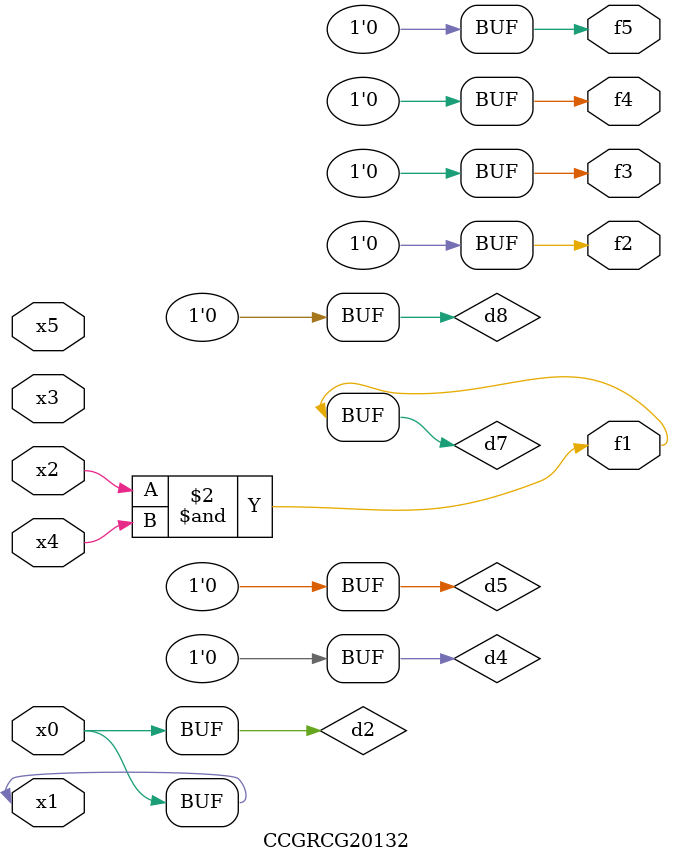
<source format=v>
module CCGRCG20132(
	input x0, x1, x2, x3, x4, x5,
	output f1, f2, f3, f4, f5
);

	wire d1, d2, d3, d4, d5, d6, d7, d8, d9;

	nand (d1, x1);
	buf (d2, x0, x1);
	nand (d3, x2, x4);
	and (d4, d1, d2);
	and (d5, d1, d2);
	nand (d6, d1, d3);
	not (d7, d3);
	xor (d8, d5);
	nor (d9, d5, d6);
	assign f1 = d7;
	assign f2 = d8;
	assign f3 = d8;
	assign f4 = d8;
	assign f5 = d8;
endmodule

</source>
